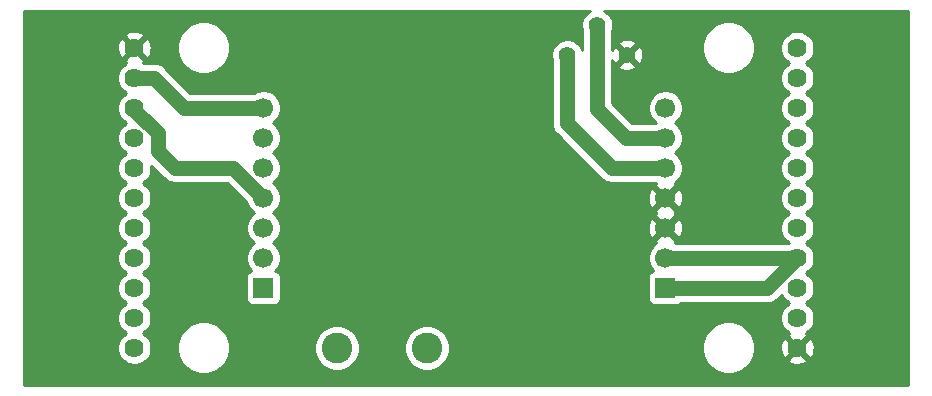
<source format=gbr>
G04 #@! TF.GenerationSoftware,KiCad,Pcbnew,(5.1.12)-1*
G04 #@! TF.CreationDate,2022-02-08T10:52:12-06:00*
G04 #@! TF.ProjectId,laser_driver,6c617365-725f-4647-9269-7665722e6b69,4.2*
G04 #@! TF.SameCoordinates,Original*
G04 #@! TF.FileFunction,Copper,L1,Top*
G04 #@! TF.FilePolarity,Positive*
%FSLAX46Y46*%
G04 Gerber Fmt 4.6, Leading zero omitted, Abs format (unit mm)*
G04 Created by KiCad (PCBNEW (5.1.12)-1) date 2022-02-08 10:52:12*
%MOMM*%
%LPD*%
G01*
G04 APERTURE LIST*
G04 #@! TA.AperFunction,ComponentPad*
%ADD10C,1.620000*%
G04 #@! TD*
G04 #@! TA.AperFunction,ComponentPad*
%ADD11C,1.410000*%
G04 #@! TD*
G04 #@! TA.AperFunction,ComponentPad*
%ADD12C,2.600000*%
G04 #@! TD*
G04 #@! TA.AperFunction,ComponentPad*
%ADD13R,1.700000X1.700000*%
G04 #@! TD*
G04 #@! TA.AperFunction,ComponentPad*
%ADD14C,1.700000*%
G04 #@! TD*
G04 #@! TA.AperFunction,Conductor*
%ADD15C,1.270000*%
G04 #@! TD*
G04 #@! TA.AperFunction,Conductor*
%ADD16C,0.254000*%
G04 #@! TD*
G04 #@! TA.AperFunction,Conductor*
%ADD17C,0.100000*%
G04 #@! TD*
G04 APERTURE END LIST*
D10*
X193167000Y-105410000D03*
X193167000Y-102870000D03*
X193167000Y-100330000D03*
X193167000Y-97790000D03*
X193167000Y-95250000D03*
X193167000Y-92710000D03*
X193167000Y-90170000D03*
X193167000Y-87630000D03*
X193167000Y-85090000D03*
X193167000Y-82550000D03*
X193167000Y-80010000D03*
X137033000Y-105410000D03*
X137033000Y-102870000D03*
X137033000Y-100330000D03*
X137033000Y-97790000D03*
X137033000Y-95250000D03*
X137033000Y-92710000D03*
X137033000Y-90170000D03*
X137033000Y-87630000D03*
X137033000Y-85090000D03*
X137033000Y-82550000D03*
X137033000Y-80010000D03*
D11*
X178765200Y-80606900D03*
X176225200Y-78066900D03*
X173685200Y-80606900D03*
D12*
X154178000Y-105410000D03*
X161798000Y-105410000D03*
D13*
X181991000Y-100330000D03*
X147955000Y-100330000D03*
D14*
X181991000Y-97790000D03*
X181991000Y-95250000D03*
X181991000Y-92710000D03*
X181991000Y-90170000D03*
X181991000Y-87630000D03*
X181991000Y-85090000D03*
X147955000Y-97790000D03*
X147955000Y-95250000D03*
X147955000Y-92710000D03*
X147955000Y-90170000D03*
X147955000Y-87630000D03*
X147955000Y-85090000D03*
D15*
X190627000Y-100330000D02*
X193167000Y-97790000D01*
X181991000Y-100330000D02*
X190627000Y-100330000D01*
X193167000Y-97790000D02*
X181991000Y-97790000D01*
X137033000Y-85265846D02*
X139001500Y-87234346D01*
X137033000Y-85090000D02*
X137033000Y-85265846D01*
X139001500Y-87234346D02*
X139001500Y-88722200D01*
X139001500Y-88722200D02*
X140436600Y-90157300D01*
X145402300Y-90157300D02*
X147955000Y-92710000D01*
X140436600Y-90157300D02*
X145402300Y-90157300D01*
X137033000Y-82550000D02*
X138709400Y-82550000D01*
X141249400Y-85090000D02*
X147955000Y-85090000D01*
X138709400Y-82550000D02*
X141249400Y-85090000D01*
X178638200Y-87630000D02*
X181991000Y-87630000D01*
X176225200Y-78066900D02*
X176225200Y-85217000D01*
X176225200Y-85217000D02*
X178638200Y-87630000D01*
X173685200Y-81864200D02*
X173659800Y-81889600D01*
X173685200Y-80606900D02*
X173685200Y-81864200D01*
X173659800Y-81889600D02*
X173659800Y-86398100D01*
X177431700Y-90170000D02*
X181991000Y-90170000D01*
X173659800Y-86398100D02*
X177431700Y-90170000D01*
D16*
X175590472Y-76879407D02*
X175371000Y-77026054D01*
X175184354Y-77212700D01*
X175037707Y-77432172D01*
X174936695Y-77676036D01*
X174885200Y-77934921D01*
X174885200Y-78198879D01*
X174936695Y-78457764D01*
X174955200Y-78502439D01*
X174955200Y-80171362D01*
X174872693Y-79972172D01*
X174726046Y-79752700D01*
X174539400Y-79566054D01*
X174319928Y-79419407D01*
X174076064Y-79318395D01*
X173817179Y-79266900D01*
X173553221Y-79266900D01*
X173294336Y-79318395D01*
X173050472Y-79419407D01*
X172831000Y-79566054D01*
X172644354Y-79752700D01*
X172497707Y-79972172D01*
X172396695Y-80216036D01*
X172345200Y-80474921D01*
X172345200Y-80738879D01*
X172396695Y-80997764D01*
X172415200Y-81042439D01*
X172415200Y-81617486D01*
X172408177Y-81640638D01*
X172389800Y-81827221D01*
X172389800Y-81827227D01*
X172383657Y-81889600D01*
X172389800Y-81951973D01*
X172389801Y-86335717D01*
X172383657Y-86398100D01*
X172408177Y-86647063D01*
X172480798Y-86886459D01*
X172598726Y-87107088D01*
X172757431Y-87300470D01*
X172805887Y-87340237D01*
X176489563Y-91023914D01*
X176529330Y-91072370D01*
X176722712Y-91231075D01*
X176943341Y-91349003D01*
X177091709Y-91394010D01*
X177182736Y-91421623D01*
X177208455Y-91424156D01*
X177369320Y-91440000D01*
X177369326Y-91440000D01*
X177431699Y-91446143D01*
X177494072Y-91440000D01*
X181217514Y-91440000D01*
X181142208Y-91681603D01*
X181991000Y-92530395D01*
X182839792Y-91681603D01*
X182764271Y-91439311D01*
X182937632Y-91323475D01*
X183144475Y-91116632D01*
X183306990Y-90873411D01*
X183418932Y-90603158D01*
X183476000Y-90316260D01*
X183476000Y-90023740D01*
X183418932Y-89736842D01*
X183306990Y-89466589D01*
X183144475Y-89223368D01*
X182937632Y-89016525D01*
X182763240Y-88900000D01*
X182937632Y-88783475D01*
X183144475Y-88576632D01*
X183306990Y-88333411D01*
X183418932Y-88063158D01*
X183476000Y-87776260D01*
X183476000Y-87483740D01*
X183418932Y-87196842D01*
X183306990Y-86926589D01*
X183144475Y-86683368D01*
X182937632Y-86476525D01*
X182763240Y-86360000D01*
X182937632Y-86243475D01*
X183144475Y-86036632D01*
X183306990Y-85793411D01*
X183418932Y-85523158D01*
X183476000Y-85236260D01*
X183476000Y-84943740D01*
X183418932Y-84656842D01*
X183306990Y-84386589D01*
X183144475Y-84143368D01*
X182937632Y-83936525D01*
X182694411Y-83774010D01*
X182424158Y-83662068D01*
X182137260Y-83605000D01*
X181844740Y-83605000D01*
X181557842Y-83662068D01*
X181287589Y-83774010D01*
X181044368Y-83936525D01*
X180837525Y-84143368D01*
X180675010Y-84386589D01*
X180563068Y-84656842D01*
X180506000Y-84943740D01*
X180506000Y-85236260D01*
X180563068Y-85523158D01*
X180675010Y-85793411D01*
X180837525Y-86036632D01*
X181044368Y-86243475D01*
X181218760Y-86360000D01*
X179164251Y-86360000D01*
X177495200Y-84690950D01*
X177495200Y-81531743D01*
X178019962Y-81531743D01*
X178080030Y-81766021D01*
X178319330Y-81877418D01*
X178575763Y-81939991D01*
X178839476Y-81951333D01*
X179100335Y-81911010D01*
X179348315Y-81820570D01*
X179450370Y-81766021D01*
X179510438Y-81531743D01*
X178765200Y-80786505D01*
X178019962Y-81531743D01*
X177495200Y-81531743D01*
X177495200Y-81035562D01*
X177551530Y-81190015D01*
X177606079Y-81292070D01*
X177840357Y-81352138D01*
X178585595Y-80606900D01*
X178944805Y-80606900D01*
X179690043Y-81352138D01*
X179924321Y-81292070D01*
X180035718Y-81052770D01*
X180098291Y-80796337D01*
X180109633Y-80532624D01*
X180069310Y-80271765D01*
X179978870Y-80023785D01*
X179924321Y-79921730D01*
X179690043Y-79861662D01*
X178944805Y-80606900D01*
X178585595Y-80606900D01*
X177840357Y-79861662D01*
X177606079Y-79921730D01*
X177495200Y-80159917D01*
X177495200Y-79682057D01*
X178019962Y-79682057D01*
X178765200Y-80427295D01*
X179402623Y-79789872D01*
X185090000Y-79789872D01*
X185090000Y-80230128D01*
X185175890Y-80661925D01*
X185344369Y-81068669D01*
X185588962Y-81434729D01*
X185900271Y-81746038D01*
X186266331Y-81990631D01*
X186673075Y-82159110D01*
X187104872Y-82245000D01*
X187545128Y-82245000D01*
X187976925Y-82159110D01*
X188383669Y-81990631D01*
X188749729Y-81746038D01*
X189061038Y-81434729D01*
X189305631Y-81068669D01*
X189474110Y-80661925D01*
X189560000Y-80230128D01*
X189560000Y-79789872D01*
X189474110Y-79358075D01*
X189305631Y-78951331D01*
X189061038Y-78585271D01*
X188749729Y-78273962D01*
X188383669Y-78029369D01*
X187976925Y-77860890D01*
X187545128Y-77775000D01*
X187104872Y-77775000D01*
X186673075Y-77860890D01*
X186266331Y-78029369D01*
X185900271Y-78273962D01*
X185588962Y-78585271D01*
X185344369Y-78951331D01*
X185175890Y-79358075D01*
X185090000Y-79789872D01*
X179402623Y-79789872D01*
X179510438Y-79682057D01*
X179450370Y-79447779D01*
X179211070Y-79336382D01*
X178954637Y-79273809D01*
X178690924Y-79262467D01*
X178430065Y-79302790D01*
X178182085Y-79393230D01*
X178080030Y-79447779D01*
X178019962Y-79682057D01*
X177495200Y-79682057D01*
X177495200Y-78502439D01*
X177513705Y-78457764D01*
X177565200Y-78198879D01*
X177565200Y-77934921D01*
X177513705Y-77676036D01*
X177412693Y-77432172D01*
X177266046Y-77212700D01*
X177079400Y-77026054D01*
X176859928Y-76879407D01*
X176813075Y-76860000D01*
X202540001Y-76860000D01*
X202540000Y-108560000D01*
X127660000Y-108560000D01*
X127660000Y-82407680D01*
X135588000Y-82407680D01*
X135588000Y-82692320D01*
X135643530Y-82971491D01*
X135752457Y-83234464D01*
X135910595Y-83471134D01*
X136111866Y-83672405D01*
X136332757Y-83820000D01*
X136111866Y-83967595D01*
X135910595Y-84168866D01*
X135752457Y-84405536D01*
X135643530Y-84668509D01*
X135588000Y-84947680D01*
X135588000Y-85232320D01*
X135643530Y-85511491D01*
X135752457Y-85774464D01*
X135910595Y-86011134D01*
X136111866Y-86212405D01*
X136327774Y-86356671D01*
X136331766Y-86360662D01*
X136111866Y-86507595D01*
X135910595Y-86708866D01*
X135752457Y-86945536D01*
X135643530Y-87208509D01*
X135588000Y-87487680D01*
X135588000Y-87772320D01*
X135643530Y-88051491D01*
X135752457Y-88314464D01*
X135910595Y-88551134D01*
X136111866Y-88752405D01*
X136332757Y-88900000D01*
X136111866Y-89047595D01*
X135910595Y-89248866D01*
X135752457Y-89485536D01*
X135643530Y-89748509D01*
X135588000Y-90027680D01*
X135588000Y-90312320D01*
X135643530Y-90591491D01*
X135752457Y-90854464D01*
X135910595Y-91091134D01*
X136111866Y-91292405D01*
X136332757Y-91440000D01*
X136111866Y-91587595D01*
X135910595Y-91788866D01*
X135752457Y-92025536D01*
X135643530Y-92288509D01*
X135588000Y-92567680D01*
X135588000Y-92852320D01*
X135643530Y-93131491D01*
X135752457Y-93394464D01*
X135910595Y-93631134D01*
X136111866Y-93832405D01*
X136332757Y-93980000D01*
X136111866Y-94127595D01*
X135910595Y-94328866D01*
X135752457Y-94565536D01*
X135643530Y-94828509D01*
X135588000Y-95107680D01*
X135588000Y-95392320D01*
X135643530Y-95671491D01*
X135752457Y-95934464D01*
X135910595Y-96171134D01*
X136111866Y-96372405D01*
X136332757Y-96520000D01*
X136111866Y-96667595D01*
X135910595Y-96868866D01*
X135752457Y-97105536D01*
X135643530Y-97368509D01*
X135588000Y-97647680D01*
X135588000Y-97932320D01*
X135643530Y-98211491D01*
X135752457Y-98474464D01*
X135910595Y-98711134D01*
X136111866Y-98912405D01*
X136332757Y-99060000D01*
X136111866Y-99207595D01*
X135910595Y-99408866D01*
X135752457Y-99645536D01*
X135643530Y-99908509D01*
X135588000Y-100187680D01*
X135588000Y-100472320D01*
X135643530Y-100751491D01*
X135752457Y-101014464D01*
X135910595Y-101251134D01*
X136111866Y-101452405D01*
X136332757Y-101600000D01*
X136111866Y-101747595D01*
X135910595Y-101948866D01*
X135752457Y-102185536D01*
X135643530Y-102448509D01*
X135588000Y-102727680D01*
X135588000Y-103012320D01*
X135643530Y-103291491D01*
X135752457Y-103554464D01*
X135910595Y-103791134D01*
X136111866Y-103992405D01*
X136332757Y-104140000D01*
X136111866Y-104287595D01*
X135910595Y-104488866D01*
X135752457Y-104725536D01*
X135643530Y-104988509D01*
X135588000Y-105267680D01*
X135588000Y-105552320D01*
X135643530Y-105831491D01*
X135752457Y-106094464D01*
X135910595Y-106331134D01*
X136111866Y-106532405D01*
X136348536Y-106690543D01*
X136611509Y-106799470D01*
X136890680Y-106855000D01*
X137175320Y-106855000D01*
X137454491Y-106799470D01*
X137717464Y-106690543D01*
X137954134Y-106532405D01*
X138155405Y-106331134D01*
X138313543Y-106094464D01*
X138422470Y-105831491D01*
X138478000Y-105552320D01*
X138478000Y-105267680D01*
X138462524Y-105189872D01*
X140640000Y-105189872D01*
X140640000Y-105630128D01*
X140725890Y-106061925D01*
X140894369Y-106468669D01*
X141138962Y-106834729D01*
X141450271Y-107146038D01*
X141816331Y-107390631D01*
X142223075Y-107559110D01*
X142654872Y-107645000D01*
X143095128Y-107645000D01*
X143526925Y-107559110D01*
X143933669Y-107390631D01*
X144299729Y-107146038D01*
X144611038Y-106834729D01*
X144855631Y-106468669D01*
X145024110Y-106061925D01*
X145110000Y-105630128D01*
X145110000Y-105219419D01*
X152243000Y-105219419D01*
X152243000Y-105600581D01*
X152317361Y-105974419D01*
X152463225Y-106326566D01*
X152674987Y-106643491D01*
X152944509Y-106913013D01*
X153261434Y-107124775D01*
X153613581Y-107270639D01*
X153987419Y-107345000D01*
X154368581Y-107345000D01*
X154742419Y-107270639D01*
X155094566Y-107124775D01*
X155411491Y-106913013D01*
X155681013Y-106643491D01*
X155892775Y-106326566D01*
X156038639Y-105974419D01*
X156113000Y-105600581D01*
X156113000Y-105219419D01*
X159863000Y-105219419D01*
X159863000Y-105600581D01*
X159937361Y-105974419D01*
X160083225Y-106326566D01*
X160294987Y-106643491D01*
X160564509Y-106913013D01*
X160881434Y-107124775D01*
X161233581Y-107270639D01*
X161607419Y-107345000D01*
X161988581Y-107345000D01*
X162362419Y-107270639D01*
X162714566Y-107124775D01*
X163031491Y-106913013D01*
X163301013Y-106643491D01*
X163512775Y-106326566D01*
X163658639Y-105974419D01*
X163733000Y-105600581D01*
X163733000Y-105219419D01*
X163727123Y-105189872D01*
X185090000Y-105189872D01*
X185090000Y-105630128D01*
X185175890Y-106061925D01*
X185344369Y-106468669D01*
X185588962Y-106834729D01*
X185900271Y-107146038D01*
X186266331Y-107390631D01*
X186673075Y-107559110D01*
X187104872Y-107645000D01*
X187545128Y-107645000D01*
X187976925Y-107559110D01*
X188383669Y-107390631D01*
X188749729Y-107146038D01*
X189061038Y-106834729D01*
X189305631Y-106468669D01*
X189329997Y-106409843D01*
X192346762Y-106409843D01*
X192419556Y-106654832D01*
X192676773Y-106776733D01*
X192952829Y-106846110D01*
X193237115Y-106860298D01*
X193518706Y-106818752D01*
X193786783Y-106723068D01*
X193914444Y-106654832D01*
X193987238Y-106409843D01*
X193167000Y-105589605D01*
X192346762Y-106409843D01*
X189329997Y-106409843D01*
X189474110Y-106061925D01*
X189560000Y-105630128D01*
X189560000Y-105480115D01*
X191716702Y-105480115D01*
X191758248Y-105761706D01*
X191853932Y-106029783D01*
X191922168Y-106157444D01*
X192167157Y-106230238D01*
X192987395Y-105410000D01*
X193346605Y-105410000D01*
X194166843Y-106230238D01*
X194411832Y-106157444D01*
X194533733Y-105900227D01*
X194603110Y-105624171D01*
X194617298Y-105339885D01*
X194575752Y-105058294D01*
X194480068Y-104790217D01*
X194411832Y-104662556D01*
X194166843Y-104589762D01*
X193346605Y-105410000D01*
X192987395Y-105410000D01*
X192167157Y-104589762D01*
X191922168Y-104662556D01*
X191800267Y-104919773D01*
X191730890Y-105195829D01*
X191716702Y-105480115D01*
X189560000Y-105480115D01*
X189560000Y-105189872D01*
X189474110Y-104758075D01*
X189305631Y-104351331D01*
X189061038Y-103985271D01*
X188749729Y-103673962D01*
X188383669Y-103429369D01*
X187976925Y-103260890D01*
X187545128Y-103175000D01*
X187104872Y-103175000D01*
X186673075Y-103260890D01*
X186266331Y-103429369D01*
X185900271Y-103673962D01*
X185588962Y-103985271D01*
X185344369Y-104351331D01*
X185175890Y-104758075D01*
X185090000Y-105189872D01*
X163727123Y-105189872D01*
X163658639Y-104845581D01*
X163512775Y-104493434D01*
X163301013Y-104176509D01*
X163031491Y-103906987D01*
X162714566Y-103695225D01*
X162362419Y-103549361D01*
X161988581Y-103475000D01*
X161607419Y-103475000D01*
X161233581Y-103549361D01*
X160881434Y-103695225D01*
X160564509Y-103906987D01*
X160294987Y-104176509D01*
X160083225Y-104493434D01*
X159937361Y-104845581D01*
X159863000Y-105219419D01*
X156113000Y-105219419D01*
X156038639Y-104845581D01*
X155892775Y-104493434D01*
X155681013Y-104176509D01*
X155411491Y-103906987D01*
X155094566Y-103695225D01*
X154742419Y-103549361D01*
X154368581Y-103475000D01*
X153987419Y-103475000D01*
X153613581Y-103549361D01*
X153261434Y-103695225D01*
X152944509Y-103906987D01*
X152674987Y-104176509D01*
X152463225Y-104493434D01*
X152317361Y-104845581D01*
X152243000Y-105219419D01*
X145110000Y-105219419D01*
X145110000Y-105189872D01*
X145024110Y-104758075D01*
X144855631Y-104351331D01*
X144611038Y-103985271D01*
X144299729Y-103673962D01*
X143933669Y-103429369D01*
X143526925Y-103260890D01*
X143095128Y-103175000D01*
X142654872Y-103175000D01*
X142223075Y-103260890D01*
X141816331Y-103429369D01*
X141450271Y-103673962D01*
X141138962Y-103985271D01*
X140894369Y-104351331D01*
X140725890Y-104758075D01*
X140640000Y-105189872D01*
X138462524Y-105189872D01*
X138422470Y-104988509D01*
X138313543Y-104725536D01*
X138155405Y-104488866D01*
X137954134Y-104287595D01*
X137733243Y-104140000D01*
X137954134Y-103992405D01*
X138155405Y-103791134D01*
X138313543Y-103554464D01*
X138422470Y-103291491D01*
X138478000Y-103012320D01*
X138478000Y-102727680D01*
X138422470Y-102448509D01*
X138313543Y-102185536D01*
X138155405Y-101948866D01*
X137954134Y-101747595D01*
X137733243Y-101600000D01*
X137954134Y-101452405D01*
X138155405Y-101251134D01*
X138313543Y-101014464D01*
X138422470Y-100751491D01*
X138478000Y-100472320D01*
X138478000Y-100187680D01*
X138422470Y-99908509D01*
X138313543Y-99645536D01*
X138155405Y-99408866D01*
X137954134Y-99207595D01*
X137733243Y-99060000D01*
X137954134Y-98912405D01*
X138155405Y-98711134D01*
X138313543Y-98474464D01*
X138422470Y-98211491D01*
X138478000Y-97932320D01*
X138478000Y-97647680D01*
X138422470Y-97368509D01*
X138313543Y-97105536D01*
X138155405Y-96868866D01*
X137954134Y-96667595D01*
X137733243Y-96520000D01*
X137954134Y-96372405D01*
X138155405Y-96171134D01*
X138313543Y-95934464D01*
X138422470Y-95671491D01*
X138478000Y-95392320D01*
X138478000Y-95107680D01*
X138422470Y-94828509D01*
X138313543Y-94565536D01*
X138155405Y-94328866D01*
X137954134Y-94127595D01*
X137733243Y-93980000D01*
X137954134Y-93832405D01*
X138155405Y-93631134D01*
X138313543Y-93394464D01*
X138422470Y-93131491D01*
X138478000Y-92852320D01*
X138478000Y-92567680D01*
X138422470Y-92288509D01*
X138313543Y-92025536D01*
X138155405Y-91788866D01*
X137954134Y-91587595D01*
X137733243Y-91440000D01*
X137954134Y-91292405D01*
X138155405Y-91091134D01*
X138313543Y-90854464D01*
X138422470Y-90591491D01*
X138478000Y-90312320D01*
X138478000Y-90027680D01*
X138469824Y-89986574D01*
X139494467Y-91011219D01*
X139534230Y-91059670D01*
X139582680Y-91099432D01*
X139582683Y-91099435D01*
X139598157Y-91112134D01*
X139727612Y-91218375D01*
X139948241Y-91336303D01*
X140187636Y-91408923D01*
X140210947Y-91411219D01*
X140374220Y-91427300D01*
X140374227Y-91427300D01*
X140436600Y-91433443D01*
X140498973Y-91427300D01*
X144876250Y-91427300D01*
X146510918Y-93061969D01*
X146527068Y-93143158D01*
X146639010Y-93413411D01*
X146801525Y-93656632D01*
X147008368Y-93863475D01*
X147182760Y-93980000D01*
X147008368Y-94096525D01*
X146801525Y-94303368D01*
X146639010Y-94546589D01*
X146527068Y-94816842D01*
X146470000Y-95103740D01*
X146470000Y-95396260D01*
X146527068Y-95683158D01*
X146639010Y-95953411D01*
X146801525Y-96196632D01*
X147008368Y-96403475D01*
X147182760Y-96520000D01*
X147008368Y-96636525D01*
X146801525Y-96843368D01*
X146639010Y-97086589D01*
X146527068Y-97356842D01*
X146470000Y-97643740D01*
X146470000Y-97936260D01*
X146527068Y-98223158D01*
X146639010Y-98493411D01*
X146801525Y-98736632D01*
X146933380Y-98868487D01*
X146860820Y-98890498D01*
X146750506Y-98949463D01*
X146653815Y-99028815D01*
X146574463Y-99125506D01*
X146515498Y-99235820D01*
X146479188Y-99355518D01*
X146466928Y-99480000D01*
X146466928Y-101180000D01*
X146479188Y-101304482D01*
X146515498Y-101424180D01*
X146574463Y-101534494D01*
X146653815Y-101631185D01*
X146750506Y-101710537D01*
X146860820Y-101769502D01*
X146980518Y-101805812D01*
X147105000Y-101818072D01*
X148805000Y-101818072D01*
X148929482Y-101805812D01*
X149049180Y-101769502D01*
X149159494Y-101710537D01*
X149256185Y-101631185D01*
X149335537Y-101534494D01*
X149394502Y-101424180D01*
X149430812Y-101304482D01*
X149443072Y-101180000D01*
X149443072Y-99480000D01*
X180502928Y-99480000D01*
X180502928Y-101180000D01*
X180515188Y-101304482D01*
X180551498Y-101424180D01*
X180610463Y-101534494D01*
X180689815Y-101631185D01*
X180786506Y-101710537D01*
X180896820Y-101769502D01*
X181016518Y-101805812D01*
X181141000Y-101818072D01*
X182841000Y-101818072D01*
X182965482Y-101805812D01*
X183085180Y-101769502D01*
X183195494Y-101710537D01*
X183292185Y-101631185D01*
X183317778Y-101600000D01*
X190564627Y-101600000D01*
X190627000Y-101606143D01*
X190689373Y-101600000D01*
X190689380Y-101600000D01*
X190875963Y-101581623D01*
X191115359Y-101509003D01*
X191335988Y-101391075D01*
X191529370Y-101232370D01*
X191569141Y-101183909D01*
X191843147Y-100909904D01*
X191886457Y-101014464D01*
X192044595Y-101251134D01*
X192245866Y-101452405D01*
X192466757Y-101600000D01*
X192245866Y-101747595D01*
X192044595Y-101948866D01*
X191886457Y-102185536D01*
X191777530Y-102448509D01*
X191722000Y-102727680D01*
X191722000Y-103012320D01*
X191777530Y-103291491D01*
X191886457Y-103554464D01*
X192044595Y-103791134D01*
X192245866Y-103992405D01*
X192466706Y-104139966D01*
X192419556Y-104165168D01*
X192346762Y-104410157D01*
X193167000Y-105230395D01*
X193987238Y-104410157D01*
X193914444Y-104165168D01*
X193864793Y-104141637D01*
X194088134Y-103992405D01*
X194289405Y-103791134D01*
X194447543Y-103554464D01*
X194556470Y-103291491D01*
X194612000Y-103012320D01*
X194612000Y-102727680D01*
X194556470Y-102448509D01*
X194447543Y-102185536D01*
X194289405Y-101948866D01*
X194088134Y-101747595D01*
X193867243Y-101600000D01*
X194088134Y-101452405D01*
X194289405Y-101251134D01*
X194447543Y-101014464D01*
X194556470Y-100751491D01*
X194612000Y-100472320D01*
X194612000Y-100187680D01*
X194556470Y-99908509D01*
X194447543Y-99645536D01*
X194289405Y-99408866D01*
X194088134Y-99207595D01*
X193867243Y-99060000D01*
X194088134Y-98912405D01*
X194289405Y-98711134D01*
X194447543Y-98474464D01*
X194556470Y-98211491D01*
X194612000Y-97932320D01*
X194612000Y-97647680D01*
X194556470Y-97368509D01*
X194447543Y-97105536D01*
X194289405Y-96868866D01*
X194088134Y-96667595D01*
X193867243Y-96520000D01*
X194088134Y-96372405D01*
X194289405Y-96171134D01*
X194447543Y-95934464D01*
X194556470Y-95671491D01*
X194612000Y-95392320D01*
X194612000Y-95107680D01*
X194556470Y-94828509D01*
X194447543Y-94565536D01*
X194289405Y-94328866D01*
X194088134Y-94127595D01*
X193867243Y-93980000D01*
X194088134Y-93832405D01*
X194289405Y-93631134D01*
X194447543Y-93394464D01*
X194556470Y-93131491D01*
X194612000Y-92852320D01*
X194612000Y-92567680D01*
X194556470Y-92288509D01*
X194447543Y-92025536D01*
X194289405Y-91788866D01*
X194088134Y-91587595D01*
X193867243Y-91440000D01*
X194088134Y-91292405D01*
X194289405Y-91091134D01*
X194447543Y-90854464D01*
X194556470Y-90591491D01*
X194612000Y-90312320D01*
X194612000Y-90027680D01*
X194556470Y-89748509D01*
X194447543Y-89485536D01*
X194289405Y-89248866D01*
X194088134Y-89047595D01*
X193867243Y-88900000D01*
X194088134Y-88752405D01*
X194289405Y-88551134D01*
X194447543Y-88314464D01*
X194556470Y-88051491D01*
X194612000Y-87772320D01*
X194612000Y-87487680D01*
X194556470Y-87208509D01*
X194447543Y-86945536D01*
X194289405Y-86708866D01*
X194088134Y-86507595D01*
X193867243Y-86360000D01*
X194088134Y-86212405D01*
X194289405Y-86011134D01*
X194447543Y-85774464D01*
X194556470Y-85511491D01*
X194612000Y-85232320D01*
X194612000Y-84947680D01*
X194556470Y-84668509D01*
X194447543Y-84405536D01*
X194289405Y-84168866D01*
X194088134Y-83967595D01*
X193867243Y-83820000D01*
X194088134Y-83672405D01*
X194289405Y-83471134D01*
X194447543Y-83234464D01*
X194556470Y-82971491D01*
X194612000Y-82692320D01*
X194612000Y-82407680D01*
X194556470Y-82128509D01*
X194447543Y-81865536D01*
X194289405Y-81628866D01*
X194088134Y-81427595D01*
X193867243Y-81280000D01*
X194088134Y-81132405D01*
X194289405Y-80931134D01*
X194447543Y-80694464D01*
X194556470Y-80431491D01*
X194612000Y-80152320D01*
X194612000Y-79867680D01*
X194556470Y-79588509D01*
X194447543Y-79325536D01*
X194289405Y-79088866D01*
X194088134Y-78887595D01*
X193851464Y-78729457D01*
X193588491Y-78620530D01*
X193309320Y-78565000D01*
X193024680Y-78565000D01*
X192745509Y-78620530D01*
X192482536Y-78729457D01*
X192245866Y-78887595D01*
X192044595Y-79088866D01*
X191886457Y-79325536D01*
X191777530Y-79588509D01*
X191722000Y-79867680D01*
X191722000Y-80152320D01*
X191777530Y-80431491D01*
X191886457Y-80694464D01*
X192044595Y-80931134D01*
X192245866Y-81132405D01*
X192466757Y-81280000D01*
X192245866Y-81427595D01*
X192044595Y-81628866D01*
X191886457Y-81865536D01*
X191777530Y-82128509D01*
X191722000Y-82407680D01*
X191722000Y-82692320D01*
X191777530Y-82971491D01*
X191886457Y-83234464D01*
X192044595Y-83471134D01*
X192245866Y-83672405D01*
X192466757Y-83820000D01*
X192245866Y-83967595D01*
X192044595Y-84168866D01*
X191886457Y-84405536D01*
X191777530Y-84668509D01*
X191722000Y-84947680D01*
X191722000Y-85232320D01*
X191777530Y-85511491D01*
X191886457Y-85774464D01*
X192044595Y-86011134D01*
X192245866Y-86212405D01*
X192466757Y-86360000D01*
X192245866Y-86507595D01*
X192044595Y-86708866D01*
X191886457Y-86945536D01*
X191777530Y-87208509D01*
X191722000Y-87487680D01*
X191722000Y-87772320D01*
X191777530Y-88051491D01*
X191886457Y-88314464D01*
X192044595Y-88551134D01*
X192245866Y-88752405D01*
X192466757Y-88900000D01*
X192245866Y-89047595D01*
X192044595Y-89248866D01*
X191886457Y-89485536D01*
X191777530Y-89748509D01*
X191722000Y-90027680D01*
X191722000Y-90312320D01*
X191777530Y-90591491D01*
X191886457Y-90854464D01*
X192044595Y-91091134D01*
X192245866Y-91292405D01*
X192466757Y-91440000D01*
X192245866Y-91587595D01*
X192044595Y-91788866D01*
X191886457Y-92025536D01*
X191777530Y-92288509D01*
X191722000Y-92567680D01*
X191722000Y-92852320D01*
X191777530Y-93131491D01*
X191886457Y-93394464D01*
X192044595Y-93631134D01*
X192245866Y-93832405D01*
X192466757Y-93980000D01*
X192245866Y-94127595D01*
X192044595Y-94328866D01*
X191886457Y-94565536D01*
X191777530Y-94828509D01*
X191722000Y-95107680D01*
X191722000Y-95392320D01*
X191777530Y-95671491D01*
X191886457Y-95934464D01*
X192044595Y-96171134D01*
X192245866Y-96372405D01*
X192466757Y-96520000D01*
X182764486Y-96520000D01*
X182839792Y-96278397D01*
X181991000Y-95429605D01*
X181142208Y-96278397D01*
X181217729Y-96520689D01*
X181044368Y-96636525D01*
X180837525Y-96843368D01*
X180675010Y-97086589D01*
X180563068Y-97356842D01*
X180506000Y-97643740D01*
X180506000Y-97936260D01*
X180563068Y-98223158D01*
X180675010Y-98493411D01*
X180837525Y-98736632D01*
X180969380Y-98868487D01*
X180896820Y-98890498D01*
X180786506Y-98949463D01*
X180689815Y-99028815D01*
X180610463Y-99125506D01*
X180551498Y-99235820D01*
X180515188Y-99355518D01*
X180502928Y-99480000D01*
X149443072Y-99480000D01*
X149430812Y-99355518D01*
X149394502Y-99235820D01*
X149335537Y-99125506D01*
X149256185Y-99028815D01*
X149159494Y-98949463D01*
X149049180Y-98890498D01*
X148976620Y-98868487D01*
X149108475Y-98736632D01*
X149270990Y-98493411D01*
X149382932Y-98223158D01*
X149440000Y-97936260D01*
X149440000Y-97643740D01*
X149382932Y-97356842D01*
X149270990Y-97086589D01*
X149108475Y-96843368D01*
X148901632Y-96636525D01*
X148727240Y-96520000D01*
X148901632Y-96403475D01*
X149108475Y-96196632D01*
X149270990Y-95953411D01*
X149382932Y-95683158D01*
X149440000Y-95396260D01*
X149440000Y-95318531D01*
X180500389Y-95318531D01*
X180542401Y-95608019D01*
X180640081Y-95883747D01*
X180713528Y-96021157D01*
X180962603Y-96098792D01*
X181811395Y-95250000D01*
X182170605Y-95250000D01*
X183019397Y-96098792D01*
X183268472Y-96021157D01*
X183394371Y-95757117D01*
X183466339Y-95473589D01*
X183481611Y-95181469D01*
X183439599Y-94891981D01*
X183341919Y-94616253D01*
X183268472Y-94478843D01*
X183019397Y-94401208D01*
X182170605Y-95250000D01*
X181811395Y-95250000D01*
X180962603Y-94401208D01*
X180713528Y-94478843D01*
X180587629Y-94742883D01*
X180515661Y-95026411D01*
X180500389Y-95318531D01*
X149440000Y-95318531D01*
X149440000Y-95103740D01*
X149382932Y-94816842D01*
X149270990Y-94546589D01*
X149108475Y-94303368D01*
X148901632Y-94096525D01*
X148727240Y-93980000D01*
X148901632Y-93863475D01*
X149026710Y-93738397D01*
X181142208Y-93738397D01*
X181217514Y-93980000D01*
X181142208Y-94221603D01*
X181991000Y-95070395D01*
X182839792Y-94221603D01*
X182764486Y-93980000D01*
X182839792Y-93738397D01*
X181991000Y-92889605D01*
X181142208Y-93738397D01*
X149026710Y-93738397D01*
X149108475Y-93656632D01*
X149270990Y-93413411D01*
X149382932Y-93143158D01*
X149440000Y-92856260D01*
X149440000Y-92778531D01*
X180500389Y-92778531D01*
X180542401Y-93068019D01*
X180640081Y-93343747D01*
X180713528Y-93481157D01*
X180962603Y-93558792D01*
X181811395Y-92710000D01*
X182170605Y-92710000D01*
X183019397Y-93558792D01*
X183268472Y-93481157D01*
X183394371Y-93217117D01*
X183466339Y-92933589D01*
X183481611Y-92641469D01*
X183439599Y-92351981D01*
X183341919Y-92076253D01*
X183268472Y-91938843D01*
X183019397Y-91861208D01*
X182170605Y-92710000D01*
X181811395Y-92710000D01*
X180962603Y-91861208D01*
X180713528Y-91938843D01*
X180587629Y-92202883D01*
X180515661Y-92486411D01*
X180500389Y-92778531D01*
X149440000Y-92778531D01*
X149440000Y-92563740D01*
X149382932Y-92276842D01*
X149270990Y-92006589D01*
X149108475Y-91763368D01*
X148901632Y-91556525D01*
X148727240Y-91440000D01*
X148901632Y-91323475D01*
X149108475Y-91116632D01*
X149270990Y-90873411D01*
X149382932Y-90603158D01*
X149440000Y-90316260D01*
X149440000Y-90023740D01*
X149382932Y-89736842D01*
X149270990Y-89466589D01*
X149108475Y-89223368D01*
X148901632Y-89016525D01*
X148727240Y-88900000D01*
X148901632Y-88783475D01*
X149108475Y-88576632D01*
X149270990Y-88333411D01*
X149382932Y-88063158D01*
X149440000Y-87776260D01*
X149440000Y-87483740D01*
X149382932Y-87196842D01*
X149270990Y-86926589D01*
X149108475Y-86683368D01*
X148901632Y-86476525D01*
X148727240Y-86360000D01*
X148901632Y-86243475D01*
X149108475Y-86036632D01*
X149270990Y-85793411D01*
X149382932Y-85523158D01*
X149440000Y-85236260D01*
X149440000Y-84943740D01*
X149382932Y-84656842D01*
X149270990Y-84386589D01*
X149108475Y-84143368D01*
X148901632Y-83936525D01*
X148658411Y-83774010D01*
X148388158Y-83662068D01*
X148101260Y-83605000D01*
X147808740Y-83605000D01*
X147521842Y-83662068D01*
X147251589Y-83774010D01*
X147182760Y-83820000D01*
X141775451Y-83820000D01*
X139651541Y-81696091D01*
X139611770Y-81647630D01*
X139418388Y-81488925D01*
X139197759Y-81370997D01*
X138958363Y-81298377D01*
X138771780Y-81280000D01*
X138771773Y-81280000D01*
X138709400Y-81273857D01*
X138647027Y-81280000D01*
X137733358Y-81280000D01*
X137780444Y-81254832D01*
X137853238Y-81009843D01*
X137033000Y-80189605D01*
X136212762Y-81009843D01*
X136285556Y-81254832D01*
X136335207Y-81278363D01*
X136111866Y-81427595D01*
X135910595Y-81628866D01*
X135752457Y-81865536D01*
X135643530Y-82128509D01*
X135588000Y-82407680D01*
X127660000Y-82407680D01*
X127660000Y-80080115D01*
X135582702Y-80080115D01*
X135624248Y-80361706D01*
X135719932Y-80629783D01*
X135788168Y-80757444D01*
X136033157Y-80830238D01*
X136853395Y-80010000D01*
X137212605Y-80010000D01*
X138032843Y-80830238D01*
X138277832Y-80757444D01*
X138399733Y-80500227D01*
X138469110Y-80224171D01*
X138483298Y-79939885D01*
X138461166Y-79789872D01*
X140640000Y-79789872D01*
X140640000Y-80230128D01*
X140725890Y-80661925D01*
X140894369Y-81068669D01*
X141138962Y-81434729D01*
X141450271Y-81746038D01*
X141816331Y-81990631D01*
X142223075Y-82159110D01*
X142654872Y-82245000D01*
X143095128Y-82245000D01*
X143526925Y-82159110D01*
X143933669Y-81990631D01*
X144299729Y-81746038D01*
X144611038Y-81434729D01*
X144855631Y-81068669D01*
X145024110Y-80661925D01*
X145110000Y-80230128D01*
X145110000Y-79789872D01*
X145024110Y-79358075D01*
X144855631Y-78951331D01*
X144611038Y-78585271D01*
X144299729Y-78273962D01*
X143933669Y-78029369D01*
X143526925Y-77860890D01*
X143095128Y-77775000D01*
X142654872Y-77775000D01*
X142223075Y-77860890D01*
X141816331Y-78029369D01*
X141450271Y-78273962D01*
X141138962Y-78585271D01*
X140894369Y-78951331D01*
X140725890Y-79358075D01*
X140640000Y-79789872D01*
X138461166Y-79789872D01*
X138441752Y-79658294D01*
X138346068Y-79390217D01*
X138277832Y-79262556D01*
X138032843Y-79189762D01*
X137212605Y-80010000D01*
X136853395Y-80010000D01*
X136033157Y-79189762D01*
X135788168Y-79262556D01*
X135666267Y-79519773D01*
X135596890Y-79795829D01*
X135582702Y-80080115D01*
X127660000Y-80080115D01*
X127660000Y-79010157D01*
X136212762Y-79010157D01*
X137033000Y-79830395D01*
X137853238Y-79010157D01*
X137780444Y-78765168D01*
X137523227Y-78643267D01*
X137247171Y-78573890D01*
X136962885Y-78559702D01*
X136681294Y-78601248D01*
X136413217Y-78696932D01*
X136285556Y-78765168D01*
X136212762Y-79010157D01*
X127660000Y-79010157D01*
X127660000Y-76860000D01*
X175637325Y-76860000D01*
X175590472Y-76879407D01*
G04 #@! TA.AperFunction,Conductor*
D17*
G36*
X175590472Y-76879407D02*
G01*
X175371000Y-77026054D01*
X175184354Y-77212700D01*
X175037707Y-77432172D01*
X174936695Y-77676036D01*
X174885200Y-77934921D01*
X174885200Y-78198879D01*
X174936695Y-78457764D01*
X174955200Y-78502439D01*
X174955200Y-80171362D01*
X174872693Y-79972172D01*
X174726046Y-79752700D01*
X174539400Y-79566054D01*
X174319928Y-79419407D01*
X174076064Y-79318395D01*
X173817179Y-79266900D01*
X173553221Y-79266900D01*
X173294336Y-79318395D01*
X173050472Y-79419407D01*
X172831000Y-79566054D01*
X172644354Y-79752700D01*
X172497707Y-79972172D01*
X172396695Y-80216036D01*
X172345200Y-80474921D01*
X172345200Y-80738879D01*
X172396695Y-80997764D01*
X172415200Y-81042439D01*
X172415200Y-81617486D01*
X172408177Y-81640638D01*
X172389800Y-81827221D01*
X172389800Y-81827227D01*
X172383657Y-81889600D01*
X172389800Y-81951973D01*
X172389801Y-86335717D01*
X172383657Y-86398100D01*
X172408177Y-86647063D01*
X172480798Y-86886459D01*
X172598726Y-87107088D01*
X172757431Y-87300470D01*
X172805887Y-87340237D01*
X176489563Y-91023914D01*
X176529330Y-91072370D01*
X176722712Y-91231075D01*
X176943341Y-91349003D01*
X177091709Y-91394010D01*
X177182736Y-91421623D01*
X177208455Y-91424156D01*
X177369320Y-91440000D01*
X177369326Y-91440000D01*
X177431699Y-91446143D01*
X177494072Y-91440000D01*
X181217514Y-91440000D01*
X181142208Y-91681603D01*
X181991000Y-92530395D01*
X182839792Y-91681603D01*
X182764271Y-91439311D01*
X182937632Y-91323475D01*
X183144475Y-91116632D01*
X183306990Y-90873411D01*
X183418932Y-90603158D01*
X183476000Y-90316260D01*
X183476000Y-90023740D01*
X183418932Y-89736842D01*
X183306990Y-89466589D01*
X183144475Y-89223368D01*
X182937632Y-89016525D01*
X182763240Y-88900000D01*
X182937632Y-88783475D01*
X183144475Y-88576632D01*
X183306990Y-88333411D01*
X183418932Y-88063158D01*
X183476000Y-87776260D01*
X183476000Y-87483740D01*
X183418932Y-87196842D01*
X183306990Y-86926589D01*
X183144475Y-86683368D01*
X182937632Y-86476525D01*
X182763240Y-86360000D01*
X182937632Y-86243475D01*
X183144475Y-86036632D01*
X183306990Y-85793411D01*
X183418932Y-85523158D01*
X183476000Y-85236260D01*
X183476000Y-84943740D01*
X183418932Y-84656842D01*
X183306990Y-84386589D01*
X183144475Y-84143368D01*
X182937632Y-83936525D01*
X182694411Y-83774010D01*
X182424158Y-83662068D01*
X182137260Y-83605000D01*
X181844740Y-83605000D01*
X181557842Y-83662068D01*
X181287589Y-83774010D01*
X181044368Y-83936525D01*
X180837525Y-84143368D01*
X180675010Y-84386589D01*
X180563068Y-84656842D01*
X180506000Y-84943740D01*
X180506000Y-85236260D01*
X180563068Y-85523158D01*
X180675010Y-85793411D01*
X180837525Y-86036632D01*
X181044368Y-86243475D01*
X181218760Y-86360000D01*
X179164251Y-86360000D01*
X177495200Y-84690950D01*
X177495200Y-81531743D01*
X178019962Y-81531743D01*
X178080030Y-81766021D01*
X178319330Y-81877418D01*
X178575763Y-81939991D01*
X178839476Y-81951333D01*
X179100335Y-81911010D01*
X179348315Y-81820570D01*
X179450370Y-81766021D01*
X179510438Y-81531743D01*
X178765200Y-80786505D01*
X178019962Y-81531743D01*
X177495200Y-81531743D01*
X177495200Y-81035562D01*
X177551530Y-81190015D01*
X177606079Y-81292070D01*
X177840357Y-81352138D01*
X178585595Y-80606900D01*
X178944805Y-80606900D01*
X179690043Y-81352138D01*
X179924321Y-81292070D01*
X180035718Y-81052770D01*
X180098291Y-80796337D01*
X180109633Y-80532624D01*
X180069310Y-80271765D01*
X179978870Y-80023785D01*
X179924321Y-79921730D01*
X179690043Y-79861662D01*
X178944805Y-80606900D01*
X178585595Y-80606900D01*
X177840357Y-79861662D01*
X177606079Y-79921730D01*
X177495200Y-80159917D01*
X177495200Y-79682057D01*
X178019962Y-79682057D01*
X178765200Y-80427295D01*
X179402623Y-79789872D01*
X185090000Y-79789872D01*
X185090000Y-80230128D01*
X185175890Y-80661925D01*
X185344369Y-81068669D01*
X185588962Y-81434729D01*
X185900271Y-81746038D01*
X186266331Y-81990631D01*
X186673075Y-82159110D01*
X187104872Y-82245000D01*
X187545128Y-82245000D01*
X187976925Y-82159110D01*
X188383669Y-81990631D01*
X188749729Y-81746038D01*
X189061038Y-81434729D01*
X189305631Y-81068669D01*
X189474110Y-80661925D01*
X189560000Y-80230128D01*
X189560000Y-79789872D01*
X189474110Y-79358075D01*
X189305631Y-78951331D01*
X189061038Y-78585271D01*
X188749729Y-78273962D01*
X188383669Y-78029369D01*
X187976925Y-77860890D01*
X187545128Y-77775000D01*
X187104872Y-77775000D01*
X186673075Y-77860890D01*
X186266331Y-78029369D01*
X185900271Y-78273962D01*
X185588962Y-78585271D01*
X185344369Y-78951331D01*
X185175890Y-79358075D01*
X185090000Y-79789872D01*
X179402623Y-79789872D01*
X179510438Y-79682057D01*
X179450370Y-79447779D01*
X179211070Y-79336382D01*
X178954637Y-79273809D01*
X178690924Y-79262467D01*
X178430065Y-79302790D01*
X178182085Y-79393230D01*
X178080030Y-79447779D01*
X178019962Y-79682057D01*
X177495200Y-79682057D01*
X177495200Y-78502439D01*
X177513705Y-78457764D01*
X177565200Y-78198879D01*
X177565200Y-77934921D01*
X177513705Y-77676036D01*
X177412693Y-77432172D01*
X177266046Y-77212700D01*
X177079400Y-77026054D01*
X176859928Y-76879407D01*
X176813075Y-76860000D01*
X202540001Y-76860000D01*
X202540000Y-108560000D01*
X127660000Y-108560000D01*
X127660000Y-82407680D01*
X135588000Y-82407680D01*
X135588000Y-82692320D01*
X135643530Y-82971491D01*
X135752457Y-83234464D01*
X135910595Y-83471134D01*
X136111866Y-83672405D01*
X136332757Y-83820000D01*
X136111866Y-83967595D01*
X135910595Y-84168866D01*
X135752457Y-84405536D01*
X135643530Y-84668509D01*
X135588000Y-84947680D01*
X135588000Y-85232320D01*
X135643530Y-85511491D01*
X135752457Y-85774464D01*
X135910595Y-86011134D01*
X136111866Y-86212405D01*
X136327774Y-86356671D01*
X136331766Y-86360662D01*
X136111866Y-86507595D01*
X135910595Y-86708866D01*
X135752457Y-86945536D01*
X135643530Y-87208509D01*
X135588000Y-87487680D01*
X135588000Y-87772320D01*
X135643530Y-88051491D01*
X135752457Y-88314464D01*
X135910595Y-88551134D01*
X136111866Y-88752405D01*
X136332757Y-88900000D01*
X136111866Y-89047595D01*
X135910595Y-89248866D01*
X135752457Y-89485536D01*
X135643530Y-89748509D01*
X135588000Y-90027680D01*
X135588000Y-90312320D01*
X135643530Y-90591491D01*
X135752457Y-90854464D01*
X135910595Y-91091134D01*
X136111866Y-91292405D01*
X136332757Y-91440000D01*
X136111866Y-91587595D01*
X135910595Y-91788866D01*
X135752457Y-92025536D01*
X135643530Y-92288509D01*
X135588000Y-92567680D01*
X135588000Y-92852320D01*
X135643530Y-93131491D01*
X135752457Y-93394464D01*
X135910595Y-93631134D01*
X136111866Y-93832405D01*
X136332757Y-93980000D01*
X136111866Y-94127595D01*
X135910595Y-94328866D01*
X135752457Y-94565536D01*
X135643530Y-94828509D01*
X135588000Y-95107680D01*
X135588000Y-95392320D01*
X135643530Y-95671491D01*
X135752457Y-95934464D01*
X135910595Y-96171134D01*
X136111866Y-96372405D01*
X136332757Y-96520000D01*
X136111866Y-96667595D01*
X135910595Y-96868866D01*
X135752457Y-97105536D01*
X135643530Y-97368509D01*
X135588000Y-97647680D01*
X135588000Y-97932320D01*
X135643530Y-98211491D01*
X135752457Y-98474464D01*
X135910595Y-98711134D01*
X136111866Y-98912405D01*
X136332757Y-99060000D01*
X136111866Y-99207595D01*
X135910595Y-99408866D01*
X135752457Y-99645536D01*
X135643530Y-99908509D01*
X135588000Y-100187680D01*
X135588000Y-100472320D01*
X135643530Y-100751491D01*
X135752457Y-101014464D01*
X135910595Y-101251134D01*
X136111866Y-101452405D01*
X136332757Y-101600000D01*
X136111866Y-101747595D01*
X135910595Y-101948866D01*
X135752457Y-102185536D01*
X135643530Y-102448509D01*
X135588000Y-102727680D01*
X135588000Y-103012320D01*
X135643530Y-103291491D01*
X135752457Y-103554464D01*
X135910595Y-103791134D01*
X136111866Y-103992405D01*
X136332757Y-104140000D01*
X136111866Y-104287595D01*
X135910595Y-104488866D01*
X135752457Y-104725536D01*
X135643530Y-104988509D01*
X135588000Y-105267680D01*
X135588000Y-105552320D01*
X135643530Y-105831491D01*
X135752457Y-106094464D01*
X135910595Y-106331134D01*
X136111866Y-106532405D01*
X136348536Y-106690543D01*
X136611509Y-106799470D01*
X136890680Y-106855000D01*
X137175320Y-106855000D01*
X137454491Y-106799470D01*
X137717464Y-106690543D01*
X137954134Y-106532405D01*
X138155405Y-106331134D01*
X138313543Y-106094464D01*
X138422470Y-105831491D01*
X138478000Y-105552320D01*
X138478000Y-105267680D01*
X138462524Y-105189872D01*
X140640000Y-105189872D01*
X140640000Y-105630128D01*
X140725890Y-106061925D01*
X140894369Y-106468669D01*
X141138962Y-106834729D01*
X141450271Y-107146038D01*
X141816331Y-107390631D01*
X142223075Y-107559110D01*
X142654872Y-107645000D01*
X143095128Y-107645000D01*
X143526925Y-107559110D01*
X143933669Y-107390631D01*
X144299729Y-107146038D01*
X144611038Y-106834729D01*
X144855631Y-106468669D01*
X145024110Y-106061925D01*
X145110000Y-105630128D01*
X145110000Y-105219419D01*
X152243000Y-105219419D01*
X152243000Y-105600581D01*
X152317361Y-105974419D01*
X152463225Y-106326566D01*
X152674987Y-106643491D01*
X152944509Y-106913013D01*
X153261434Y-107124775D01*
X153613581Y-107270639D01*
X153987419Y-107345000D01*
X154368581Y-107345000D01*
X154742419Y-107270639D01*
X155094566Y-107124775D01*
X155411491Y-106913013D01*
X155681013Y-106643491D01*
X155892775Y-106326566D01*
X156038639Y-105974419D01*
X156113000Y-105600581D01*
X156113000Y-105219419D01*
X159863000Y-105219419D01*
X159863000Y-105600581D01*
X159937361Y-105974419D01*
X160083225Y-106326566D01*
X160294987Y-106643491D01*
X160564509Y-106913013D01*
X160881434Y-107124775D01*
X161233581Y-107270639D01*
X161607419Y-107345000D01*
X161988581Y-107345000D01*
X162362419Y-107270639D01*
X162714566Y-107124775D01*
X163031491Y-106913013D01*
X163301013Y-106643491D01*
X163512775Y-106326566D01*
X163658639Y-105974419D01*
X163733000Y-105600581D01*
X163733000Y-105219419D01*
X163727123Y-105189872D01*
X185090000Y-105189872D01*
X185090000Y-105630128D01*
X185175890Y-106061925D01*
X185344369Y-106468669D01*
X185588962Y-106834729D01*
X185900271Y-107146038D01*
X186266331Y-107390631D01*
X186673075Y-107559110D01*
X187104872Y-107645000D01*
X187545128Y-107645000D01*
X187976925Y-107559110D01*
X188383669Y-107390631D01*
X188749729Y-107146038D01*
X189061038Y-106834729D01*
X189305631Y-106468669D01*
X189329997Y-106409843D01*
X192346762Y-106409843D01*
X192419556Y-106654832D01*
X192676773Y-106776733D01*
X192952829Y-106846110D01*
X193237115Y-106860298D01*
X193518706Y-106818752D01*
X193786783Y-106723068D01*
X193914444Y-106654832D01*
X193987238Y-106409843D01*
X193167000Y-105589605D01*
X192346762Y-106409843D01*
X189329997Y-106409843D01*
X189474110Y-106061925D01*
X189560000Y-105630128D01*
X189560000Y-105480115D01*
X191716702Y-105480115D01*
X191758248Y-105761706D01*
X191853932Y-106029783D01*
X191922168Y-106157444D01*
X192167157Y-106230238D01*
X192987395Y-105410000D01*
X193346605Y-105410000D01*
X194166843Y-106230238D01*
X194411832Y-106157444D01*
X194533733Y-105900227D01*
X194603110Y-105624171D01*
X194617298Y-105339885D01*
X194575752Y-105058294D01*
X194480068Y-104790217D01*
X194411832Y-104662556D01*
X194166843Y-104589762D01*
X193346605Y-105410000D01*
X192987395Y-105410000D01*
X192167157Y-104589762D01*
X191922168Y-104662556D01*
X191800267Y-104919773D01*
X191730890Y-105195829D01*
X191716702Y-105480115D01*
X189560000Y-105480115D01*
X189560000Y-105189872D01*
X189474110Y-104758075D01*
X189305631Y-104351331D01*
X189061038Y-103985271D01*
X188749729Y-103673962D01*
X188383669Y-103429369D01*
X187976925Y-103260890D01*
X187545128Y-103175000D01*
X187104872Y-103175000D01*
X186673075Y-103260890D01*
X186266331Y-103429369D01*
X185900271Y-103673962D01*
X185588962Y-103985271D01*
X185344369Y-104351331D01*
X185175890Y-104758075D01*
X185090000Y-105189872D01*
X163727123Y-105189872D01*
X163658639Y-104845581D01*
X163512775Y-104493434D01*
X163301013Y-104176509D01*
X163031491Y-103906987D01*
X162714566Y-103695225D01*
X162362419Y-103549361D01*
X161988581Y-103475000D01*
X161607419Y-103475000D01*
X161233581Y-103549361D01*
X160881434Y-103695225D01*
X160564509Y-103906987D01*
X160294987Y-104176509D01*
X160083225Y-104493434D01*
X159937361Y-104845581D01*
X159863000Y-105219419D01*
X156113000Y-105219419D01*
X156038639Y-104845581D01*
X155892775Y-104493434D01*
X155681013Y-104176509D01*
X155411491Y-103906987D01*
X155094566Y-103695225D01*
X154742419Y-103549361D01*
X154368581Y-103475000D01*
X153987419Y-103475000D01*
X153613581Y-103549361D01*
X153261434Y-103695225D01*
X152944509Y-103906987D01*
X152674987Y-104176509D01*
X152463225Y-104493434D01*
X152317361Y-104845581D01*
X152243000Y-105219419D01*
X145110000Y-105219419D01*
X145110000Y-105189872D01*
X145024110Y-104758075D01*
X144855631Y-104351331D01*
X144611038Y-103985271D01*
X144299729Y-103673962D01*
X143933669Y-103429369D01*
X143526925Y-103260890D01*
X143095128Y-103175000D01*
X142654872Y-103175000D01*
X142223075Y-103260890D01*
X141816331Y-103429369D01*
X141450271Y-103673962D01*
X141138962Y-103985271D01*
X140894369Y-104351331D01*
X140725890Y-104758075D01*
X140640000Y-105189872D01*
X138462524Y-105189872D01*
X138422470Y-104988509D01*
X138313543Y-104725536D01*
X138155405Y-104488866D01*
X137954134Y-104287595D01*
X137733243Y-104140000D01*
X137954134Y-103992405D01*
X138155405Y-103791134D01*
X138313543Y-103554464D01*
X138422470Y-103291491D01*
X138478000Y-103012320D01*
X138478000Y-102727680D01*
X138422470Y-102448509D01*
X138313543Y-102185536D01*
X138155405Y-101948866D01*
X137954134Y-101747595D01*
X137733243Y-101600000D01*
X137954134Y-101452405D01*
X138155405Y-101251134D01*
X138313543Y-101014464D01*
X138422470Y-100751491D01*
X138478000Y-100472320D01*
X138478000Y-100187680D01*
X138422470Y-99908509D01*
X138313543Y-99645536D01*
X138155405Y-99408866D01*
X137954134Y-99207595D01*
X137733243Y-99060000D01*
X137954134Y-98912405D01*
X138155405Y-98711134D01*
X138313543Y-98474464D01*
X138422470Y-98211491D01*
X138478000Y-97932320D01*
X138478000Y-97647680D01*
X138422470Y-97368509D01*
X138313543Y-97105536D01*
X138155405Y-96868866D01*
X137954134Y-96667595D01*
X137733243Y-96520000D01*
X137954134Y-96372405D01*
X138155405Y-96171134D01*
X138313543Y-95934464D01*
X138422470Y-95671491D01*
X138478000Y-95392320D01*
X138478000Y-95107680D01*
X138422470Y-94828509D01*
X138313543Y-94565536D01*
X138155405Y-94328866D01*
X137954134Y-94127595D01*
X137733243Y-93980000D01*
X137954134Y-93832405D01*
X138155405Y-93631134D01*
X138313543Y-93394464D01*
X138422470Y-93131491D01*
X138478000Y-92852320D01*
X138478000Y-92567680D01*
X138422470Y-92288509D01*
X138313543Y-92025536D01*
X138155405Y-91788866D01*
X137954134Y-91587595D01*
X137733243Y-91440000D01*
X137954134Y-91292405D01*
X138155405Y-91091134D01*
X138313543Y-90854464D01*
X138422470Y-90591491D01*
X138478000Y-90312320D01*
X138478000Y-90027680D01*
X138469824Y-89986574D01*
X139494467Y-91011219D01*
X139534230Y-91059670D01*
X139582680Y-91099432D01*
X139582683Y-91099435D01*
X139598157Y-91112134D01*
X139727612Y-91218375D01*
X139948241Y-91336303D01*
X140187636Y-91408923D01*
X140210947Y-91411219D01*
X140374220Y-91427300D01*
X140374227Y-91427300D01*
X140436600Y-91433443D01*
X140498973Y-91427300D01*
X144876250Y-91427300D01*
X146510918Y-93061969D01*
X146527068Y-93143158D01*
X146639010Y-93413411D01*
X146801525Y-93656632D01*
X147008368Y-93863475D01*
X147182760Y-93980000D01*
X147008368Y-94096525D01*
X146801525Y-94303368D01*
X146639010Y-94546589D01*
X146527068Y-94816842D01*
X146470000Y-95103740D01*
X146470000Y-95396260D01*
X146527068Y-95683158D01*
X146639010Y-95953411D01*
X146801525Y-96196632D01*
X147008368Y-96403475D01*
X147182760Y-96520000D01*
X147008368Y-96636525D01*
X146801525Y-96843368D01*
X146639010Y-97086589D01*
X146527068Y-97356842D01*
X146470000Y-97643740D01*
X146470000Y-97936260D01*
X146527068Y-98223158D01*
X146639010Y-98493411D01*
X146801525Y-98736632D01*
X146933380Y-98868487D01*
X146860820Y-98890498D01*
X146750506Y-98949463D01*
X146653815Y-99028815D01*
X146574463Y-99125506D01*
X146515498Y-99235820D01*
X146479188Y-99355518D01*
X146466928Y-99480000D01*
X146466928Y-101180000D01*
X146479188Y-101304482D01*
X146515498Y-101424180D01*
X146574463Y-101534494D01*
X146653815Y-101631185D01*
X146750506Y-101710537D01*
X146860820Y-101769502D01*
X146980518Y-101805812D01*
X147105000Y-101818072D01*
X148805000Y-101818072D01*
X148929482Y-101805812D01*
X149049180Y-101769502D01*
X149159494Y-101710537D01*
X149256185Y-101631185D01*
X149335537Y-101534494D01*
X149394502Y-101424180D01*
X149430812Y-101304482D01*
X149443072Y-101180000D01*
X149443072Y-99480000D01*
X180502928Y-99480000D01*
X180502928Y-101180000D01*
X180515188Y-101304482D01*
X180551498Y-101424180D01*
X180610463Y-101534494D01*
X180689815Y-101631185D01*
X180786506Y-101710537D01*
X180896820Y-101769502D01*
X181016518Y-101805812D01*
X181141000Y-101818072D01*
X182841000Y-101818072D01*
X182965482Y-101805812D01*
X183085180Y-101769502D01*
X183195494Y-101710537D01*
X183292185Y-101631185D01*
X183317778Y-101600000D01*
X190564627Y-101600000D01*
X190627000Y-101606143D01*
X190689373Y-101600000D01*
X190689380Y-101600000D01*
X190875963Y-101581623D01*
X191115359Y-101509003D01*
X191335988Y-101391075D01*
X191529370Y-101232370D01*
X191569141Y-101183909D01*
X191843147Y-100909904D01*
X191886457Y-101014464D01*
X192044595Y-101251134D01*
X192245866Y-101452405D01*
X192466757Y-101600000D01*
X192245866Y-101747595D01*
X192044595Y-101948866D01*
X191886457Y-102185536D01*
X191777530Y-102448509D01*
X191722000Y-102727680D01*
X191722000Y-103012320D01*
X191777530Y-103291491D01*
X191886457Y-103554464D01*
X192044595Y-103791134D01*
X192245866Y-103992405D01*
X192466706Y-104139966D01*
X192419556Y-104165168D01*
X192346762Y-104410157D01*
X193167000Y-105230395D01*
X193987238Y-104410157D01*
X193914444Y-104165168D01*
X193864793Y-104141637D01*
X194088134Y-103992405D01*
X194289405Y-103791134D01*
X194447543Y-103554464D01*
X194556470Y-103291491D01*
X194612000Y-103012320D01*
X194612000Y-102727680D01*
X194556470Y-102448509D01*
X194447543Y-102185536D01*
X194289405Y-101948866D01*
X194088134Y-101747595D01*
X193867243Y-101600000D01*
X194088134Y-101452405D01*
X194289405Y-101251134D01*
X194447543Y-101014464D01*
X194556470Y-100751491D01*
X194612000Y-100472320D01*
X194612000Y-100187680D01*
X194556470Y-99908509D01*
X194447543Y-99645536D01*
X194289405Y-99408866D01*
X194088134Y-99207595D01*
X193867243Y-99060000D01*
X194088134Y-98912405D01*
X194289405Y-98711134D01*
X194447543Y-98474464D01*
X194556470Y-98211491D01*
X194612000Y-97932320D01*
X194612000Y-97647680D01*
X194556470Y-97368509D01*
X194447543Y-97105536D01*
X194289405Y-96868866D01*
X194088134Y-96667595D01*
X193867243Y-96520000D01*
X194088134Y-96372405D01*
X194289405Y-96171134D01*
X194447543Y-95934464D01*
X194556470Y-95671491D01*
X194612000Y-95392320D01*
X194612000Y-95107680D01*
X194556470Y-94828509D01*
X194447543Y-94565536D01*
X194289405Y-94328866D01*
X194088134Y-94127595D01*
X193867243Y-93980000D01*
X194088134Y-93832405D01*
X194289405Y-93631134D01*
X194447543Y-93394464D01*
X194556470Y-93131491D01*
X194612000Y-92852320D01*
X194612000Y-92567680D01*
X194556470Y-92288509D01*
X194447543Y-92025536D01*
X194289405Y-91788866D01*
X194088134Y-91587595D01*
X193867243Y-91440000D01*
X194088134Y-91292405D01*
X194289405Y-91091134D01*
X194447543Y-90854464D01*
X194556470Y-90591491D01*
X194612000Y-90312320D01*
X194612000Y-90027680D01*
X194556470Y-89748509D01*
X194447543Y-89485536D01*
X194289405Y-89248866D01*
X194088134Y-89047595D01*
X193867243Y-88900000D01*
X194088134Y-88752405D01*
X194289405Y-88551134D01*
X194447543Y-88314464D01*
X194556470Y-88051491D01*
X194612000Y-87772320D01*
X194612000Y-87487680D01*
X194556470Y-87208509D01*
X194447543Y-86945536D01*
X194289405Y-86708866D01*
X194088134Y-86507595D01*
X193867243Y-86360000D01*
X194088134Y-86212405D01*
X194289405Y-86011134D01*
X194447543Y-85774464D01*
X194556470Y-85511491D01*
X194612000Y-85232320D01*
X194612000Y-84947680D01*
X194556470Y-84668509D01*
X194447543Y-84405536D01*
X194289405Y-84168866D01*
X194088134Y-83967595D01*
X193867243Y-83820000D01*
X194088134Y-83672405D01*
X194289405Y-83471134D01*
X194447543Y-83234464D01*
X194556470Y-82971491D01*
X194612000Y-82692320D01*
X194612000Y-82407680D01*
X194556470Y-82128509D01*
X194447543Y-81865536D01*
X194289405Y-81628866D01*
X194088134Y-81427595D01*
X193867243Y-81280000D01*
X194088134Y-81132405D01*
X194289405Y-80931134D01*
X194447543Y-80694464D01*
X194556470Y-80431491D01*
X194612000Y-80152320D01*
X194612000Y-79867680D01*
X194556470Y-79588509D01*
X194447543Y-79325536D01*
X194289405Y-79088866D01*
X194088134Y-78887595D01*
X193851464Y-78729457D01*
X193588491Y-78620530D01*
X193309320Y-78565000D01*
X193024680Y-78565000D01*
X192745509Y-78620530D01*
X192482536Y-78729457D01*
X192245866Y-78887595D01*
X192044595Y-79088866D01*
X191886457Y-79325536D01*
X191777530Y-79588509D01*
X191722000Y-79867680D01*
X191722000Y-80152320D01*
X191777530Y-80431491D01*
X191886457Y-80694464D01*
X192044595Y-80931134D01*
X192245866Y-81132405D01*
X192466757Y-81280000D01*
X192245866Y-81427595D01*
X192044595Y-81628866D01*
X191886457Y-81865536D01*
X191777530Y-82128509D01*
X191722000Y-82407680D01*
X191722000Y-82692320D01*
X191777530Y-82971491D01*
X191886457Y-83234464D01*
X192044595Y-83471134D01*
X192245866Y-83672405D01*
X192466757Y-83820000D01*
X192245866Y-83967595D01*
X192044595Y-84168866D01*
X191886457Y-84405536D01*
X191777530Y-84668509D01*
X191722000Y-84947680D01*
X191722000Y-85232320D01*
X191777530Y-85511491D01*
X191886457Y-85774464D01*
X192044595Y-86011134D01*
X192245866Y-86212405D01*
X192466757Y-86360000D01*
X192245866Y-86507595D01*
X192044595Y-86708866D01*
X191886457Y-86945536D01*
X191777530Y-87208509D01*
X191722000Y-87487680D01*
X191722000Y-87772320D01*
X191777530Y-88051491D01*
X191886457Y-88314464D01*
X192044595Y-88551134D01*
X192245866Y-88752405D01*
X192466757Y-88900000D01*
X192245866Y-89047595D01*
X192044595Y-89248866D01*
X191886457Y-89485536D01*
X191777530Y-89748509D01*
X191722000Y-90027680D01*
X191722000Y-90312320D01*
X191777530Y-90591491D01*
X191886457Y-90854464D01*
X192044595Y-91091134D01*
X192245866Y-91292405D01*
X192466757Y-91440000D01*
X192245866Y-91587595D01*
X192044595Y-91788866D01*
X191886457Y-92025536D01*
X191777530Y-92288509D01*
X191722000Y-92567680D01*
X191722000Y-92852320D01*
X191777530Y-93131491D01*
X191886457Y-93394464D01*
X192044595Y-93631134D01*
X192245866Y-93832405D01*
X192466757Y-93980000D01*
X192245866Y-94127595D01*
X192044595Y-94328866D01*
X191886457Y-94565536D01*
X191777530Y-94828509D01*
X191722000Y-95107680D01*
X191722000Y-95392320D01*
X191777530Y-95671491D01*
X191886457Y-95934464D01*
X192044595Y-96171134D01*
X192245866Y-96372405D01*
X192466757Y-96520000D01*
X182764486Y-96520000D01*
X182839792Y-96278397D01*
X181991000Y-95429605D01*
X181142208Y-96278397D01*
X181217729Y-96520689D01*
X181044368Y-96636525D01*
X180837525Y-96843368D01*
X180675010Y-97086589D01*
X180563068Y-97356842D01*
X180506000Y-97643740D01*
X180506000Y-97936260D01*
X180563068Y-98223158D01*
X180675010Y-98493411D01*
X180837525Y-98736632D01*
X180969380Y-98868487D01*
X180896820Y-98890498D01*
X180786506Y-98949463D01*
X180689815Y-99028815D01*
X180610463Y-99125506D01*
X180551498Y-99235820D01*
X180515188Y-99355518D01*
X180502928Y-99480000D01*
X149443072Y-99480000D01*
X149430812Y-99355518D01*
X149394502Y-99235820D01*
X149335537Y-99125506D01*
X149256185Y-99028815D01*
X149159494Y-98949463D01*
X149049180Y-98890498D01*
X148976620Y-98868487D01*
X149108475Y-98736632D01*
X149270990Y-98493411D01*
X149382932Y-98223158D01*
X149440000Y-97936260D01*
X149440000Y-97643740D01*
X149382932Y-97356842D01*
X149270990Y-97086589D01*
X149108475Y-96843368D01*
X148901632Y-96636525D01*
X148727240Y-96520000D01*
X148901632Y-96403475D01*
X149108475Y-96196632D01*
X149270990Y-95953411D01*
X149382932Y-95683158D01*
X149440000Y-95396260D01*
X149440000Y-95318531D01*
X180500389Y-95318531D01*
X180542401Y-95608019D01*
X180640081Y-95883747D01*
X180713528Y-96021157D01*
X180962603Y-96098792D01*
X181811395Y-95250000D01*
X182170605Y-95250000D01*
X183019397Y-96098792D01*
X183268472Y-96021157D01*
X183394371Y-95757117D01*
X183466339Y-95473589D01*
X183481611Y-95181469D01*
X183439599Y-94891981D01*
X183341919Y-94616253D01*
X183268472Y-94478843D01*
X183019397Y-94401208D01*
X182170605Y-95250000D01*
X181811395Y-95250000D01*
X180962603Y-94401208D01*
X180713528Y-94478843D01*
X180587629Y-94742883D01*
X180515661Y-95026411D01*
X180500389Y-95318531D01*
X149440000Y-95318531D01*
X149440000Y-95103740D01*
X149382932Y-94816842D01*
X149270990Y-94546589D01*
X149108475Y-94303368D01*
X148901632Y-94096525D01*
X148727240Y-93980000D01*
X148901632Y-93863475D01*
X149026710Y-93738397D01*
X181142208Y-93738397D01*
X181217514Y-93980000D01*
X181142208Y-94221603D01*
X181991000Y-95070395D01*
X182839792Y-94221603D01*
X182764486Y-93980000D01*
X182839792Y-93738397D01*
X181991000Y-92889605D01*
X181142208Y-93738397D01*
X149026710Y-93738397D01*
X149108475Y-93656632D01*
X149270990Y-93413411D01*
X149382932Y-93143158D01*
X149440000Y-92856260D01*
X149440000Y-92778531D01*
X180500389Y-92778531D01*
X180542401Y-93068019D01*
X180640081Y-93343747D01*
X180713528Y-93481157D01*
X180962603Y-93558792D01*
X181811395Y-92710000D01*
X182170605Y-92710000D01*
X183019397Y-93558792D01*
X183268472Y-93481157D01*
X183394371Y-93217117D01*
X183466339Y-92933589D01*
X183481611Y-92641469D01*
X183439599Y-92351981D01*
X183341919Y-92076253D01*
X183268472Y-91938843D01*
X183019397Y-91861208D01*
X182170605Y-92710000D01*
X181811395Y-92710000D01*
X180962603Y-91861208D01*
X180713528Y-91938843D01*
X180587629Y-92202883D01*
X180515661Y-92486411D01*
X180500389Y-92778531D01*
X149440000Y-92778531D01*
X149440000Y-92563740D01*
X149382932Y-92276842D01*
X149270990Y-92006589D01*
X149108475Y-91763368D01*
X148901632Y-91556525D01*
X148727240Y-91440000D01*
X148901632Y-91323475D01*
X149108475Y-91116632D01*
X149270990Y-90873411D01*
X149382932Y-90603158D01*
X149440000Y-90316260D01*
X149440000Y-90023740D01*
X149382932Y-89736842D01*
X149270990Y-89466589D01*
X149108475Y-89223368D01*
X148901632Y-89016525D01*
X148727240Y-88900000D01*
X148901632Y-88783475D01*
X149108475Y-88576632D01*
X149270990Y-88333411D01*
X149382932Y-88063158D01*
X149440000Y-87776260D01*
X149440000Y-87483740D01*
X149382932Y-87196842D01*
X149270990Y-86926589D01*
X149108475Y-86683368D01*
X148901632Y-86476525D01*
X148727240Y-86360000D01*
X148901632Y-86243475D01*
X149108475Y-86036632D01*
X149270990Y-85793411D01*
X149382932Y-85523158D01*
X149440000Y-85236260D01*
X149440000Y-84943740D01*
X149382932Y-84656842D01*
X149270990Y-84386589D01*
X149108475Y-84143368D01*
X148901632Y-83936525D01*
X148658411Y-83774010D01*
X148388158Y-83662068D01*
X148101260Y-83605000D01*
X147808740Y-83605000D01*
X147521842Y-83662068D01*
X147251589Y-83774010D01*
X147182760Y-83820000D01*
X141775451Y-83820000D01*
X139651541Y-81696091D01*
X139611770Y-81647630D01*
X139418388Y-81488925D01*
X139197759Y-81370997D01*
X138958363Y-81298377D01*
X138771780Y-81280000D01*
X138771773Y-81280000D01*
X138709400Y-81273857D01*
X138647027Y-81280000D01*
X137733358Y-81280000D01*
X137780444Y-81254832D01*
X137853238Y-81009843D01*
X137033000Y-80189605D01*
X136212762Y-81009843D01*
X136285556Y-81254832D01*
X136335207Y-81278363D01*
X136111866Y-81427595D01*
X135910595Y-81628866D01*
X135752457Y-81865536D01*
X135643530Y-82128509D01*
X135588000Y-82407680D01*
X127660000Y-82407680D01*
X127660000Y-80080115D01*
X135582702Y-80080115D01*
X135624248Y-80361706D01*
X135719932Y-80629783D01*
X135788168Y-80757444D01*
X136033157Y-80830238D01*
X136853395Y-80010000D01*
X137212605Y-80010000D01*
X138032843Y-80830238D01*
X138277832Y-80757444D01*
X138399733Y-80500227D01*
X138469110Y-80224171D01*
X138483298Y-79939885D01*
X138461166Y-79789872D01*
X140640000Y-79789872D01*
X140640000Y-80230128D01*
X140725890Y-80661925D01*
X140894369Y-81068669D01*
X141138962Y-81434729D01*
X141450271Y-81746038D01*
X141816331Y-81990631D01*
X142223075Y-82159110D01*
X142654872Y-82245000D01*
X143095128Y-82245000D01*
X143526925Y-82159110D01*
X143933669Y-81990631D01*
X144299729Y-81746038D01*
X144611038Y-81434729D01*
X144855631Y-81068669D01*
X145024110Y-80661925D01*
X145110000Y-80230128D01*
X145110000Y-79789872D01*
X145024110Y-79358075D01*
X144855631Y-78951331D01*
X144611038Y-78585271D01*
X144299729Y-78273962D01*
X143933669Y-78029369D01*
X143526925Y-77860890D01*
X143095128Y-77775000D01*
X142654872Y-77775000D01*
X142223075Y-77860890D01*
X141816331Y-78029369D01*
X141450271Y-78273962D01*
X141138962Y-78585271D01*
X140894369Y-78951331D01*
X140725890Y-79358075D01*
X140640000Y-79789872D01*
X138461166Y-79789872D01*
X138441752Y-79658294D01*
X138346068Y-79390217D01*
X138277832Y-79262556D01*
X138032843Y-79189762D01*
X137212605Y-80010000D01*
X136853395Y-80010000D01*
X136033157Y-79189762D01*
X135788168Y-79262556D01*
X135666267Y-79519773D01*
X135596890Y-79795829D01*
X135582702Y-80080115D01*
X127660000Y-80080115D01*
X127660000Y-79010157D01*
X136212762Y-79010157D01*
X137033000Y-79830395D01*
X137853238Y-79010157D01*
X137780444Y-78765168D01*
X137523227Y-78643267D01*
X137247171Y-78573890D01*
X136962885Y-78559702D01*
X136681294Y-78601248D01*
X136413217Y-78696932D01*
X136285556Y-78765168D01*
X136212762Y-79010157D01*
X127660000Y-79010157D01*
X127660000Y-76860000D01*
X175637325Y-76860000D01*
X175590472Y-76879407D01*
G37*
G04 #@! TD.AperFunction*
M02*

</source>
